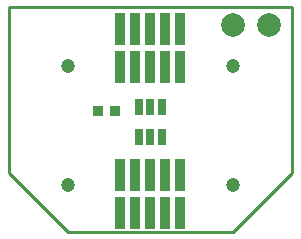
<source format=gbs>
G04*
G04 #@! TF.GenerationSoftware,Altium Limited,Altium Designer,21.6.4 (81)*
G04*
G04 Layer_Color=16711935*
%FSLAX25Y25*%
%MOIN*%
G70*
G04*
G04 #@! TF.SameCoordinates,E44EF727-AEEB-4240-987C-FE85ED8235F7*
G04*
G04*
G04 #@! TF.FilePolarity,Negative*
G04*
G01*
G75*
%ADD10C,0.01000*%
%ADD11C,0.07887*%
%ADD12C,0.04737*%
%ADD17R,0.03775X0.03591*%
%ADD18R,0.03359X0.10839*%
%ADD19R,0.03162X0.05328*%
D10*
X-19685Y74803D02*
X74803D01*
Y19685D02*
Y74803D01*
X55118Y0D02*
X74803Y19685D01*
X0Y0D02*
X55118D01*
X-19685Y19685D02*
X0Y0D01*
X-19685Y19685D02*
Y74803D01*
D11*
X55118Y68898D02*
D03*
X66929D02*
D03*
D12*
X55118Y15748D02*
D03*
Y55118D02*
D03*
X0Y15748D02*
D03*
Y55118D02*
D03*
D17*
X10142Y40103D02*
D03*
X15864D02*
D03*
D18*
X37559Y67520D02*
D03*
Y54921D02*
D03*
X32559Y67520D02*
D03*
Y54921D02*
D03*
X27559Y67520D02*
D03*
Y54921D02*
D03*
X22559Y67520D02*
D03*
Y54921D02*
D03*
X17559Y67520D02*
D03*
Y54921D02*
D03*
Y6299D02*
D03*
Y18898D02*
D03*
X22559Y6299D02*
D03*
Y18898D02*
D03*
X27559Y6299D02*
D03*
Y18898D02*
D03*
X32559Y6299D02*
D03*
Y18898D02*
D03*
X37559Y6299D02*
D03*
Y18898D02*
D03*
D19*
X31299Y31485D02*
D03*
X27559D02*
D03*
X23819D02*
D03*
Y41721D02*
D03*
X27559D02*
D03*
X31299D02*
D03*
M02*

</source>
